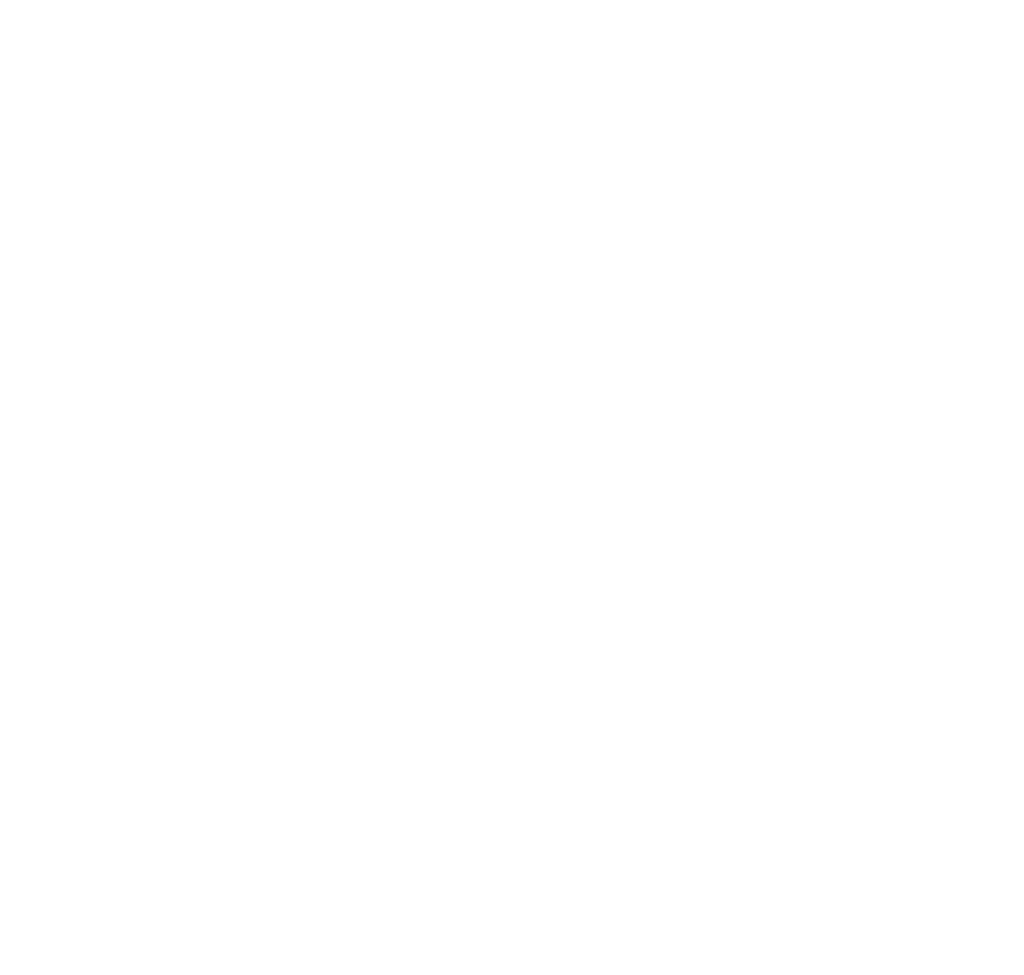
<source format=kicad_pcb>
(kicad_pcb
	(version 20240108)
	(generator "pcbnew")
	(generator_version "8.0")
	(general
		(thickness 1.6)
		(legacy_teardrops no)
	)
	(paper "A4")
	(layers
		(0 "F.Cu" signal)
		(31 "B.Cu" signal)
		(32 "B.Adhes" user "B.Adhesive")
		(33 "F.Adhes" user "F.Adhesive")
		(34 "B.Paste" user)
		(35 "F.Paste" user)
		(36 "B.SilkS" user "B.Silkscreen")
		(37 "F.SilkS" user "F.Silkscreen")
		(38 "B.Mask" user)
		(39 "F.Mask" user)
		(40 "Dwgs.User" user "User.Drawings")
		(41 "Cmts.User" user "User.Comments")
		(42 "Eco1.User" user "User.Eco1")
		(43 "Eco2.User" user "User.Eco2")
		(44 "Edge.Cuts" user)
		(45 "Margin" user)
		(46 "B.CrtYd" user "B.Courtyard")
		(47 "F.CrtYd" user "F.Courtyard")
		(48 "B.Fab" user)
		(49 "F.Fab" user)
		(50 "User.1" user)
		(51 "User.2" user)
		(52 "User.3" user)
		(53 "User.4" user)
		(54 "User.5" user)
		(55 "User.6" user)
		(56 "User.7" user)
		(57 "User.8" user)
		(58 "User.9" user)
	)
	(setup
		(pad_to_mask_clearance 0)
		(allow_soldermask_bridges_in_footprints no)
		(grid_origin 100 100)
		(pcbplotparams
			(layerselection 0x00010fc_ffffffff)
			(plot_on_all_layers_selection 0x0000000_00000000)
			(disableapertmacros no)
			(usegerberextensions no)
			(usegerberattributes yes)
			(usegerberadvancedattributes yes)
			(creategerberjobfile yes)
			(dashed_line_dash_ratio 12.000000)
			(dashed_line_gap_ratio 3.000000)
			(svgprecision 4)
			(plotframeref no)
			(viasonmask no)
			(mode 1)
			(useauxorigin no)
			(hpglpennumber 1)
			(hpglpenspeed 20)
			(hpglpendiameter 15.000000)
			(pdf_front_fp_property_popups yes)
			(pdf_back_fp_property_popups yes)
			(dxfpolygonmode yes)
			(dxfimperialunits yes)
			(dxfusepcbnewfont yes)
			(psnegative no)
			(psa4output no)
			(plotreference yes)
			(plotvalue yes)
			(plotfptext yes)
			(plotinvisibletext no)
			(sketchpadsonfab no)
			(subtractmaskfromsilk no)
			(outputformat 1)
			(mirror no)
			(drillshape 1)
			(scaleselection 1)
			(outputdirectory "")
		)
	)
	(net 0 "")
	(gr_line
		(start 30 100)
		(end 177 100)
		(stroke
			(width 0.1)
			(type dash)
		)
		(layer "User.1")
		(uuid "1c37d295-c473-425f-8fa3-3b54ae11c5bc")
	)
	(gr_rect
		(start 142 142)
		(end 148 148)
		(stroke
			(width 0.1)
			(type default)
		)
		(fill solid)
		(layer "User.1")
		(uuid "3d5bcb49-ab80-412c-8b94-b5314ec4c8a2")
	)
	(gr_line
		(start 100 30)
		(end 100 170)
		(stroke
			(width 0.1)
			(type dash)
		)
		(layer "User.1")
		(uuid "637a1f91-22e8-4076-8538-94fb9d90986e")
	)
	(gr_rect
		(start 52 52)
		(end 58 58)
		(stroke
			(width 0.1)
			(type default)
		)
		(fill solid)
		(layer "User.1")
		(uuid "95f47a49-8bec-43e1-ae2d-2d5520192d8b")
	)
	(gr_rect
		(start 142 52)
		(end 148 58)
		(stroke
			(width 0.1)
			(type default)
		)
		(fill solid)
		(layer "User.1")
		(uuid "c875f7f6-1a15-4ae3-8a53-ecae103869de")
	)
	(gr_rect
		(start 52 142)
		(end 58 148)
		(stroke
			(width 0.1)
			(type default)
		)
		(fill solid)
		(layer "User.1")
		(uuid "d243177e-d6b2-4dc4-9be9-a6cd1fb6bf7b")
	)
	(gr_line
		(start 119 115)
		(end 119 110)
		(stroke
			(width 0.1)
			(type default)
		)
		(layer "User.2")
		(uuid "0df4347b-c9e2-4d2f-9ff8-4b001c75bab1")
	)
	(gr_arc
		(start 81 84)
		(mid 85.100505 74.100505)
		(end 95 70)
		(stroke
			(width 0.1)
			(type default)
		)
		(layer "User.2")
		(uuid "284d66b9-8c07-4aec-bdd7-86082e95b745")
	)
	(gr_line
		(start 95 70)
		(end 105 70)
		(stroke
			(width 0.1)
			(type default)
		)
		(layer "User.2")
		(uuid "29ce57b8-d20f-494d-8a18-588390e0ae6b")
	)
	(gr_line
		(start 119 90)
		(end 119 84)
		(stroke
			(width 0.1)
			(type default)
		)
		(layer "User.2")
		(uuid "32cdf66f-cc37-4fa3-bec4-47e1b779d966")
	)
	(gr_arc
		(start 119 115)
		(mid 117.535534 118.535534)
		(end 114 120)
		(stroke
			(width 0.1)
			(type default)
		)
		(layer "User.2")
		(uuid "5c14ad11-8376-422d-abad-8339086e87c3")
	)
	(gr_line
		(start 81 110)
		(end 81 115)
		(stroke
			(width 0.1)
			(type default)
		)
		(layer "User.2")
		(uuid "5f08c04f-ee59-4cce-bf2c-fcfcaf9a80b0")
	)
	(gr_arc
		(start 86 120)
		(mid 82.464466 118.535534)
		(end 81 115)
		(stroke
			(width 0.1)
			(type default)
		)
		(layer "User.2")
		(uuid "663ce270-cb76-4cf3-9aca-910979c61367")
	)
	(gr_line
		(start 81 90)
		(end 87 90)
		(stroke
			(width 0.1)
			(type default)
		)
		(layer "User.2")
		(uuid "7c0bb40c-7b3f-465e-b2c7-34e183472ed1")
	)
	(gr_line
		(start 113 90)
		(end 119 90)
		(stroke
			(width 0.1)
			(type default)
		)
		(layer "User.2")
		(uuid "7f2cd185-b897-451e-9f1c-a030fe6fd1e8")
	)
	(gr_line
		(start 87 90)
		(end 87 110)
		(stroke
			(width 0.1)
			(type default)
		)
		(layer "User.2")
		(uuid "b0be57e0-a814-4ffa-8147-25d549145d7c")
	)
	(gr_line
		(start 87 110)
		(end 81 110)
		(stroke
			(width 0.1)
			(type default)
		)
		(layer "User.2")
		(uuid "b852121d-98bc-4389-a594-201e8e345a83")
	)
	(gr_line
		(start 81 84)
		(end 81 90)
		(stroke
			(width 0.1)
			(type default)
		)
		(layer "User.2")
		(uuid "bef9049d-87f8-4704-bf64-4a332acbefeb")
	)
	(gr_line
		(start 119 110)
		(end 113 110)
		(stroke
			(width 0.1)
			(type default)
		)
		(layer "User.2")
		(uuid "d254b9e4-97b1-45dc-a3f7-c8fb95e99d17")
	)
	(gr_line
		(start 86 120)
		(end 114 120)
		(stroke
			(width 0.1)
			(type default)
		)
		(layer "User.2")
		(uuid "df98b052-c3c2-48e8-83f5-c06c43c5b15d")
	)
	(gr_line
		(start 113 110)
		(end 113 90)
		(stroke
			(width 0.1)
			(type default)
		)
		(layer "User.2")
		(uuid "e2330edc-48c2-42f6-92bf-852462835a34")
	)
	(gr_arc
		(start 105 70)
		(mid 114.899495 74.100505)
		(end 119 84)
		(stroke
			(width 0.1)
			(type default)
		)
		(layer "User.2")
		(uuid "f831adbe-1f98-40f5-93d8-d695ed2d2e46")
	)
	(gr_line
		(start 142 52)
		(end 81 83)
		(stroke
			(width 0.1)
			(type default)
		)
		(layer "User.3")
		(uuid "acaa85f8-d4f0-4290-9464-eb59e194db25")
	)
	(gr_line
		(start 58 52)
		(end 119 83)
		(stroke
			(width 0.1)
			(type default)
		)
		(layer "User.3")
		(uuid "ef7fca49-70d2-4cb8-b7fa-b3cc22fc09ec")
	)
)

</source>
